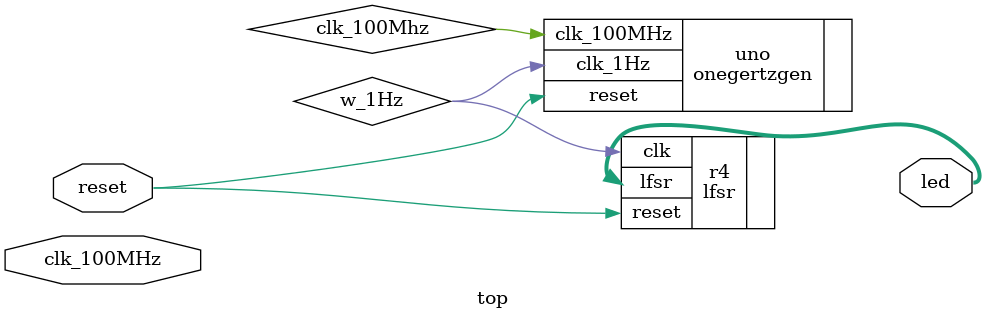
<source format=v>
`timescale 1ns / 1ps


module top
(
input clk_100MHz,
    input reset,
    output [3:0] led
    );
    wire w_1Hz;
    lfsr r4(
        .clk(w_1Hz),
        .reset(reset),
        .lfsr(led)
    );
    onegertzgen uno(
        .clk_100MHz(clk_100Mhz),
        .reset(reset),
        .clk_1Hz(w_1Hz)
    );
endmodule

</source>
